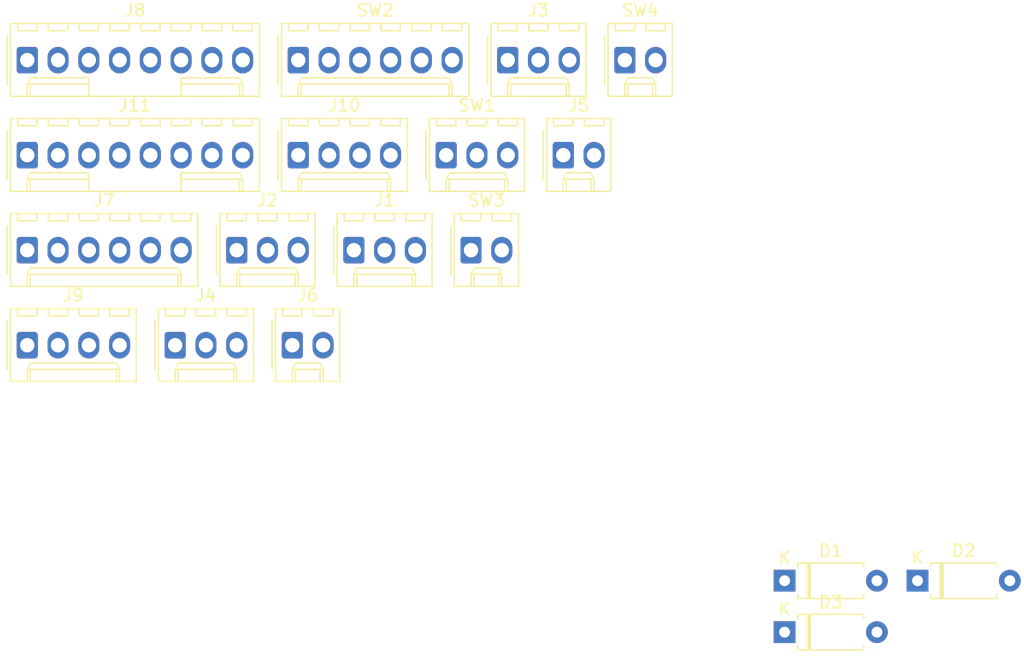
<source format=kicad_pcb>
(kicad_pcb (version 20211014) (generator pcbnew)
  (title_block (date "mar. 31 mars 2015"))
  (layers (0 "F.Cu" signal) (31 "B.Cu" signal) (34 "B.Paste" user) (35 "F.Paste" user) (36 "B.SilkS" user "B.Silkscreen") (37 "F.SilkS" user "F.Silkscreen") (38 "B.Mask" user) (39 "F.Mask" user) (44 "Edge.Cuts" user))
  (net 0 "")
  (net 17 "Net-(D3-Pad1)")
  (net 18 "/TACAN/ROW1")
  (net 19 "/TACAN/ROW2")
  (net 20 "/TACAN/ROW3")
  (net 21 "/TACAN/ROW4")
  (net 22 "/TACAN/ROW5")
  (net 31 "Net-(J10-Pad1)")
  (net 32 "Net-(J10-Pad2)")
  (net 33 "Net-(J10-Pad3)")
  (net 34 "Net-(J10-Pad4)")
  (net 35 "/TACAN/COL1")
  (net 36 "/TACAN/COL2")
  (net 37 "/TACAN/COL3")
  (net 38 "/TACAN/COL4")
  (net 39 "/TACAN/COL5")
  (net 49 "Net-(D1-Pad1)")
  (net 50 "Net-(D2-Pad1)")
  (footprint "Connector_Molex:Molex_KK-254_AE-6410-03A_1x03_P2.54mm_Vertical" (layer "F.Cu") (at 154.465 73.965)
    (fp_text reference "J2" (at 2.54 -4.12) (layer "F.SilkS"))
    (fp_text value "Conn_01x03_Female")
    (fp_line (start 4.28 -2.43) (end 5.88 -2.43) (layer "F.SilkS") (width 0.12))
    (fp_line (start 3.34 -2.43) (end 3.34 -3.03) (layer "F.SilkS") (width 0.12))
    (fp_line (start 5.08 1.99) (end 5.08 2.99) (layer "F.SilkS") (width 0.12))
    (fp_line (start 1.74 -2.43) (end 3.34 -2.43) (layer "F.SilkS") (width 0.12))
    (fp_line (start 6.46 2.99) (end 6.46 -3.03) (layer "F.SilkS") (width 0.12))
    (fp_line (start 0 1.99) (end 0.25 1.46) (layer "F.SilkS") (width 0.12))
    (fp_line (start 0.8 -2.43) (end 0.8 -3.03) (layer "F.SilkS") (width 0.12))
    (fp_line (start 5.88 -2.43) (end 5.88 -3.03) (layer "F.SilkS") (width 0.12))
    (fp_line (start 1.74 -3.03) (end 1.74 -2.43) (layer "F.SilkS") (width 0.12))
    (fp_line (start -0.8 -2.43) (end 0.8 -2.43) (layer "F.SilkS") (width 0.12))
    (fp_line (start 0 1.99) (end 5.08 1.99) (layer "F.SilkS") (width 0.12))
    (fp_line (start -0.8 -3.03) (end -0.8 -2.43) (layer "F.SilkS") (width 0.12))
    (fp_line (start 4.83 2.99) (end 4.83 1.99) (layer "F.SilkS") (width 0.12))
    (fp_line (start -1.38 -3.03) (end -1.38 2.99) (layer "F.SilkS") (width 0.12))
    (fp_line (start 4.83 1.46) (end 5.08 1.99) (layer "F.SilkS") (width 0.12))
    (fp_line (start 4.28 -3.03) (end 4.28 -2.43) (layer "F.SilkS") (width 0.12))
    (fp_line (start 0 2.99) (end 0 1.99) (layer "F.SilkS") (width 0.12))
    (fp_line (start -1.38 2.99) (end 6.46 2.99) (layer "F.SilkS") (width 0.12))
    (fp_line (start 6.46 -3.03) (end -1.38 -3.03) (layer "F.SilkS") (width 0.12))
    (fp_line (start 0.25 1.46) (end 4.83 1.46) (layer "F.SilkS") (width 0.12))
    (fp_line (start -1.67 -2) (end -1.67 2) (layer "F.SilkS") (width 0.12))
    (fp_line (start 0.25 2.99) (end 0.25 1.99) (layer "F.SilkS") (width 0.12))
    (pad "1" thru_hole roundrect (at 0 0) (size 1.74 2.19) (drill 1.19) (layers *.Cu *.Mask) (roundrect_rratio 0.143678))
    (pad "2" thru_hole oval (at 2.54 0) (size 1.74 2.19) (drill 1.19) (layers *.Cu *.Mask))
    (pad "3" thru_hole oval (at 5.08 0) (size 1.74 2.19) (drill 1.19) (layers *.Cu *.Mask))
  )
  (footprint "Connector_Molex:Molex_KK-254_AE-6410-03A_1x03_P2.54mm_Vertical" (layer "F.Cu") (at 176.835 58.265)
    (fp_text reference "J3" (at 2.54 -4.12) (layer "F.SilkS"))
    (fp_text value "Conn_01x03_Female")
    (fp_line (start 1.74 -2.43) (end 3.34 -2.43) (layer "F.SilkS") (width 0.12))
    (fp_line (start 0 2.99) (end 0 1.99) (layer "F.SilkS") (width 0.12))
    (fp_line (start 5.08 1.99) (end 5.08 2.99) (layer "F.SilkS") (width 0.12))
    (fp_line (start -0.8 -3.03) (end -0.8 -2.43) (layer "F.SilkS") (width 0.12))
    (fp_line (start 6.46 2.99) (end 6.46 -3.03) (layer "F.SilkS") (width 0.12))
    (fp_line (start -0.8 -2.43) (end 0.8 -2.43) (layer "F.SilkS") (width 0.12))
    (fp_line (start 1.74 -3.03) (end 1.74 -2.43) (layer "F.SilkS") (width 0.12))
    (fp_line (start 6.46 -3.03) (end -1.38 -3.03) (layer "F.SilkS") (width 0.12))
    (fp_line (start 5.88 -2.43) (end 5.88 -3.03) (layer "F.SilkS") (width 0.12))
    (fp_line (start 4.28 -2.43) (end 5.88 -2.43) (layer "F.SilkS") (width 0.12))
    (fp_line (start 0 1.99) (end 0.25 1.46) (layer "F.SilkS") (width 0.12))
    (fp_line (start 0.25 1.46) (end 4.83 1.46) (layer "F.SilkS") (width 0.12))
    (fp_line (start 3.34 -2.43) (end 3.34 -3.03) (layer "F.SilkS") (width 0.12))
    (fp_line (start -1.38 -3.03) (end -1.38 2.99) (layer "F.SilkS") (width 0.12))
    (fp_line (start 4.83 1.46) (end 5.08 1.99) (layer "F.SilkS") (width 0.12))
    (fp_line (start -1.38 2.99) (end 6.46 2.99) (layer "F.SilkS") (width 0.12))
    (fp_line (start -1.67 -2) (end -1.67 2) (layer "F.SilkS") (width 0.12))
    (fp_line (start 0 1.99) (end 5.08 1.99) (layer "F.SilkS") (width 0.12))
    (fp_line (start 4.83 2.99) (end 4.83 1.99) (layer "F.SilkS") (width 0.12))
    (fp_line (start 0.8 -2.43) (end 0.8 -3.03) (layer "F.SilkS") (width 0.12))
    (fp_line (start 4.28 -3.03) (end 4.28 -2.43) (layer "F.SilkS") (width 0.12))
    (fp_line (start 0.25 2.99) (end 0.25 1.99) (layer "F.SilkS") (width 0.12))
    (pad "1" thru_hole roundrect (at 0 0) (size 1.74 2.19) (drill 1.19) (layers *.Cu *.Mask) (roundrect_rratio 0.143678))
    (pad "2" thru_hole oval (at 2.54 0) (size 1.74 2.19) (drill 1.19) (layers *.Cu *.Mask))
    (pad "3" thru_hole oval (at 5.08 0) (size 1.74 2.19) (drill 1.19) (layers *.Cu *.Mask))
  )
  (footprint "Diode_THT:D_A-405_P7.62mm_Horizontal" (layer "F.Cu") (at 210.665 101.27)
    (fp_text reference "D2" (at 3.81 -2.47) (layer "F.SilkS"))
    (fp_text value "D")
    (fp_text user "K" (at 0 -1.9) (layer "F.SilkS"))
    (fp_line (start 1.09 1.14) (end 1.09 1.47) (layer "F.SilkS") (width 0.12))
    (fp_line (start 1.99 -1.47) (end 1.99 1.47) (layer "F.SilkS") (width 0.12))
    (fp_line (start 1.87 -1.47) (end 1.87 1.47) (layer "F.SilkS") (width 0.12))
    (fp_line (start 6.53 -1.47) (end 6.53 -1.14) (layer "F.SilkS") (width 0.12))
    (fp_line (start 1.09 -1.14) (end 1.09 -1.47) (layer "F.SilkS") (width 0.12))
    (fp_line (start 2.11 -1.47) (end 2.11 1.47) (layer "F.SilkS") (width 0.12))
    (fp_line (start 1.09 -1.47) (end 6.53 -1.47) (layer "F.SilkS") (width 0.12))
    (fp_line (start 1.09 1.47) (end 6.53 1.47) (layer "F.SilkS") (width 0.12))
    (fp_line (start 6.53 1.47) (end 6.53 1.14) (layer "F.SilkS") (width 0.12))
    (pad "1" thru_hole rect (at 0 0) (size 1.8 1.8) (drill 0.9) (layers *.Cu *.Mask) (net 50 "Net-(D2-Pad1)"))
    (pad "2" thru_hole oval (at 7.62 0) (size 1.8 1.8) (drill 0.9) (layers *.Cu *.Mask))
  )
  (footprint "Connector_Molex:Molex_KK-254_AE-6410-02A_1x02_P2.54mm_Vertical" (layer "F.Cu") (at 159.055 81.815)
    (fp_text reference "J6" (at 1.27 -4.12) (layer "F.SilkS"))
    (fp_text value "Conn_01x02_Female")
    (fp_line (start 0.25 1.46) (end 2.29 1.46) (layer "F.SilkS") (width 0.12))
    (fp_line (start -0.8 -2.43) (end 0.8 -2.43) (layer "F.SilkS") (width 0.12))
    (fp_line (start 2.54 1.99) (end 2.54 2.99) (layer "F.SilkS") (width 0.12))
    (fp_line (start -0.8 -3.03) (end -0.8 -2.43) (layer "F.SilkS") (width 0.12))
    (fp_line (start 2.29 2.99) (end 2.29 1.99) (layer "F.SilkS") (width 0.12))
    (fp_line (start 0 1.99) (end 2.54 1.99) (layer "F.SilkS") (width 0.12))
    (fp_line (start 2.29 1.46) (end 2.54 1.99) (layer "F.SilkS") (width 0.12))
    (fp_line (start 1.74 -3.03) (end 1.74 -2.43) (layer "F.SilkS") (width 0.12))
    (fp_line (start 3.92 2.99) (end 3.92 -3.03) (layer "F.SilkS") (width 0.12))
    (fp_line (start 0.8 -2.43) (end 0.8 -3.03) (layer "F.SilkS") (width 0.12))
    (fp_line (start 0 2.99) (end 0 1.99) (layer "F.SilkS") (width 0.12))
    (fp_line (start 1.74 -2.43) (end 3.34 -2.43) (layer "F.SilkS") (width 0.12))
    (fp_line (start 3.92 -3.03) (end -1.38 -3.03) (layer "F.SilkS") (width 0.12))
    (fp_line (start 3.34 -2.43) (end 3.34 -3.03) (layer "F.SilkS") (width 0.12))
    (fp_line (start 0.25 2.99) (end 0.25 1.99) (layer "F.SilkS") (width 0.12))
    (fp_line (start -1.67 -2) (end -1.67 2) (layer "F.SilkS") (width 0.12))
    (fp_line (start 0 1.99) (end 0.25 1.46) (layer "F.SilkS") (width 0.12))
    (fp_line (start -1.38 2.99) (end 3.92 2.99) (layer "F.SilkS") (width 0.12))
    (fp_line (start -1.38 -3.03) (end -1.38 2.99) (layer "F.SilkS") (width 0.12))
    (pad "1" thru_hole roundrect (at 0 0) (size 1.74 2.19) (drill 1.19) (layers *.Cu *.Mask) (roundrect_rratio 0.143678))
    (pad "2" thru_hole oval (at 2.54 0) (size 1.74 2.19) (drill 1.19) (layers *.Cu *.Mask))
  )
  (footprint "Connector_Molex:Molex_KK-254_AE-6410-08A_1x08_P2.54mm_Vertical" (layer "F.Cu") (at 137.175 66.115)
    (fp_text reference "J11" (at 8.89 -4.12) (layer "F.SilkS"))
    (fp_text value "INPUT COLS")
    (fp_line (start -1.38 -3.03) (end -1.38 2.99) (layer "F.SilkS") (width 0.12))
    (fp_line (start 0 2.99) (end 0 1.99) (layer "F.SilkS") (width 0.12))
    (fp_line (start 8.42 -2.43) (end 8.42 -3.03) (layer "F.SilkS") (width 0.12))
    (fp_line (start 11.9 -2.43) (end 13.5 -2.43) (layer "F.SilkS") (width 0.12))
    (fp_line (start 0.25 2.99) (end 0.25 1.99) (layer "F.SilkS") (width 0.12))
    (fp_line (start 16.98 -2.43) (end 18.58 -2.43) (layer "F.SilkS") (width 0.12))
    (fp_line (start 0.25 1.46) (end 5.08 1.46) (layer "F.SilkS") (width 0.12))
    (fp_line (start 12.7 1.99) (end 12.7 2.99) (layer "F.SilkS") (width 0.12))
    (fp_line (start 14.44 -3.03) (end 14.44 -2.43) (layer "F.SilkS") (width 0.12))
    (fp_line (start 17.78 1.99) (end 17.53 1.46) (layer "F.SilkS") (width 0.12))
    (fp_line (start 0 1.99) (end 0.25 1.46) (layer "F.SilkS") (width 0.12))
    (fp_line (start 0 1.99) (end 5.08 1.99) (layer "F.SilkS") (width 0.12))
    (fp_line (start -1.67 -2) (end -1.67 2) (layer "F.SilkS") (width 0.12))
    (fp_line (start 16.98 -3.03) (end 16.98 -2.43) (layer "F.SilkS") (width 0.12))
    (fp_line (start 5.08 1.99) (end 5.08 2.99) (layer "F.SilkS") (width 0.12))
    (fp_line (start 17.78 2.99) (end 17.78 1.99) (layer "F.SilkS") (width 0.12))
    (fp_line (start 18.58 -2.43) (end 18.58 -3.03) (layer "F.SilkS") (width 0.12))
    (fp_line (start 3.34 -2.43) (end 3.34 -3.03) (layer "F.SilkS") (width 0.12))
    (fp_line (start 17.53 1.46) (end 12.7 1.46) (layer "F.SilkS") (width 0.12))
    (fp_line (start 9.36 -3.03) (end 9.36 -2.43) (layer "F.SilkS") (width 0.12))
    (fp_line (start 1.74 -3.03) (end 1.74 -2.43) (layer "F.SilkS") (width 0.12))
    (fp_line (start -0.8 -3.03) (end -0.8 -2.43) (layer "F.SilkS") (width 0.12))
    (fp_line (start 5.88 -2.43) (end 5.88 -3.03) (layer "F.SilkS") (width 0.12))
    (fp_line (start 14.44 -2.43) (end 16.04 -2.43) (layer "F.SilkS") (width 0.12))
    (fp_line (start 16.04 -2.43) (end 16.04 -3.03) (layer "F.SilkS") (width 0.12))
    (fp_line (start 6.82 -3.03) (end 6.82 -2.43) (layer "F.SilkS") (width 0.12))
    (fp_line (start 4.28 -3.03) (end 4.28 -2.43) (layer "F.SilkS") (width 0.12))
    (fp_line (start 4.28 -2.43) (end 5.88 -2.43) (layer "F.SilkS") (width 0.12))
    (fp_line (start 17.78 1.99) (end 12.7 1.99) (layer "F.SilkS") (width 0.12))
    (fp_line (start 12.7 1.46) (end 12.7 1.99) (layer "F.SilkS") (width 0.12))
    (fp_line (start 13.5 -2.43) (end 13.5 -3.03) (layer "F.SilkS") (width 0.12))
    (fp_line (start 19.16 -3.03) (end -1.38 -3.03) (layer "F.SilkS") (width 0.12))
    (fp_line (start 9.36 -2.43) (end 10.96 -2.43) (layer "F.SilkS") (width 0.12))
    (fp_line (start 0.8 -2.43) (end 0.8 -3.03) (layer "F.SilkS") (width 0.12))
    (fp_line (start -1.38 2.99) (end 19.16 2.99) (layer "F.SilkS") (width 0.12))
    (fp_line (start 5.08 1.46) (end 5.08 1.99) (layer "F.SilkS") (width 0.12))
    (fp_line (start 11.9 -3.03) (end 11.9 -2.43) (layer "F.SilkS") (width 0.12))
    (fp_line (start 1.74 -2.43) (end 3.34 -2.43) (layer "F.SilkS") (width 0.12))
    (fp_line (start 10.96 -2.43) (end 10.96 -3.03) (layer "F.SilkS") (width 0.12))
    (fp_line (start 6.82 -2.43) (end 8.42 -2.43) (layer "F.SilkS") (width 0.12))
    (fp_line (start 19.16 2.99) (end 19.16 -3.03) (layer "F.SilkS") (width 0.12))
    (fp_line (start 17.53 2.99) (end 17.53 1.99) (layer "F.SilkS") (width 0.12))
    (fp_line (start -0.8 -2.43) (end 0.8 -2.43) (layer "F.SilkS") (width 0.12))
    (pad "1" thru_hole roundrect (at 0 0) (size 1.74 2.19) (drill 1.19) (layers *.Cu *.Mask) (roundrect_rratio 0.143678) (net 35 "/TACAN/COL1"))
    (pad "2" thru_hole oval (at 2.54 0) (size 1.74 2.19) (drill 1.19) (layers *.Cu *.Mask) (net 36 "/TACAN/COL2"))
    (pad "3" thru_hole oval (at 5.08 0) (size 1.74 2.19) (drill 1.19) (layers *.Cu *.Mask) (net 37 "/TACAN/COL3"))
    (pad "4" thru_hole oval (at 7.62 0) (size 1.74 2.19) (drill 1.19) (layers *.Cu *.Mask) (net 38 "/TACAN/COL4"))
    (pad "5" thru_hole oval (at 10.16 0) (size 1.74 2.19) (drill 1.19) (layers *.Cu *.Mask) (net 39 "/TACAN/COL5"))
    (pad "6" thru_hole oval (at 12.7 0) (size 1.74 2.19) (drill 1.19) (layers *.Cu *.Mask))
    (pad "7" thru_hole oval (at 15.24 0) (size 1.74 2.19) (drill 1.19) (layers *.Cu *.Mask))
    (pad "8" thru_hole oval (at 17.78 0) (size 1.74 2.19) (drill 1.19) (layers *.Cu *.Mask))
  )
  (footprint "Connector_Molex:Molex_KK-254_AE-6410-02A_1x02_P2.54mm_Vertical" (layer "F.Cu") (at 181.425 66.115)
    (fp_text reference "J5" (at 1.27 -4.12) (layer "F.SilkS"))
    (fp_text value "Conn_01x02_Female")
    (fp_line (start 0.8 -2.43) (end 0.8 -3.03) (layer "F.SilkS") (width 0.12))
    (fp_line (start 3.92 -3.03) (end -1.38 -3.03) (layer "F.SilkS") (width 0.12))
    (fp_line (start 0 2.99) (end 0 1.99) (layer "F.SilkS") (width 0.12))
    (fp_line (start 3.34 -2.43) (end 3.34 -3.03) (layer "F.SilkS") (width 0.12))
    (fp_line (start -1.38 2.99) (end 3.92 2.99) (layer "F.SilkS") (width 0.12))
    (fp_line (start -1.67 -2) (end -1.67 2) (layer "F.SilkS") (width 0.12))
    (fp_line (start 3.92 2.99) (end 3.92 -3.03) (layer "F.SilkS") (width 0.12))
    (fp_line (start 0 1.99) (end 2.54 1.99) (layer "F.SilkS") (width 0.12))
    (fp_line (start -0.8 -2.43) (end 0.8 -2.43) (layer "F.SilkS") (width 0.12))
    (fp_line (start -1.38 -3.03) (end -1.38 2.99) (layer "F.SilkS") (width 0.12))
    (fp_line (start 2.54 1.99) (end 2.54 2.99) (layer "F.SilkS") (width 0.12))
    (fp_line (start 1.74 -2.43) (end 3.34 -2.43) (layer "F.SilkS") (width 0.12))
    (fp_line (start 2.29 2.99) (end 2.29 1.99) (layer "F.SilkS") (width 0.12))
    (fp_line (start 0.25 1.46) (end 2.29 1.46) (layer "F.SilkS") (width 0.12))
    (fp_line (start 1.74 -3.03) (end 1.74 -2.43) (layer "F.SilkS") (width 0.12))
    (fp_line (start 0.25 2.99) (end 0.25 1.99) (layer "F.SilkS") (width 0.12))
    (fp_line (start 0 1.99) (end 0.25 1.46) (layer "F.SilkS") (width 0.12))
    (fp_line (start -0.8 -3.03) (end -0.8 -2.43) (layer "F.SilkS") (width 0.12))
    (fp_line (start 2.29 1.46) (end 2.54 1.99) (layer "F.SilkS") (width 0.12))
    (pad "1" thru_hole roundrect (at 0 0) (size 1.74 2.19) (drill 1.19) (layers *.Cu *.Mask) (roundrect_rratio 0.143678))
    (pad "2" thru_hole oval (at 2.54 0) (size 1.74 2.19) (drill 1.19) (layers *.Cu *.Mask))
  )
  (footprint "Connector_Molex:Molex_KK-254_AE-6410-03A_1x03_P2.54mm_Vertical" (layer "F.Cu") (at 149.385 81.815)
    (fp_text reference "J4" (at 2.54 -4.12) (layer "F.SilkS"))
    (fp_text value "Conn_01x03_Female")
    (fp_line (start 4.83 1.46) (end 5.08 1.99) (layer "F.SilkS") (width 0.12))
    (fp_line (start 5.88 -2.43) (end 5.88 -3.03) (layer "F.SilkS") (width 0.12))
    (fp_line (start 0.25 1.46) (end 4.83 1.46) (layer "F.SilkS") (width 0.12))
    (fp_line (start 0 2.99) (end 0 1.99) (layer "F.SilkS") (width 0.12))
    (fp_line (start -0.8 -2.43) (end 0.8 -2.43) (layer "F.SilkS") (width 0.12))
    (fp_line (start 0.8 -2.43) (end 0.8 -3.03) (layer "F.SilkS") (width 0.12))
    (fp_line (start -0.8 -3.03) (end -0.8 -2.43) (layer "F.SilkS") (width 0.12))
    (fp_line (start -1.38 2.99) (end 6.46 2.99) (layer "F.SilkS") (width 0.12))
    (fp_line (start 3.34 -2.43) (end 3.34 -3.03) (layer "F.SilkS") (width 0.12))
    (fp_line (start 4.28 -2.43) (end 5.88 -2.43) (layer "F.SilkS") (width 0.12))
    (fp_line (start 0 1.99) (end 5.08 1.99) (layer "F.SilkS") (width 0.12))
    (fp_line (start -1.67 -2) (end -1.67 2) (layer "F.SilkS") (width 0.12))
    (fp_line (start 0 1.99) (end 0.25 1.46) (layer "F.SilkS") (width 0.12))
    (fp_line (start 6.46 2.99) (end 6.46 -3.03) (layer "F.SilkS") (width 0.12))
    (fp_line (start 4.28 -3.03) (end 4.28 -2.43) (layer "F.SilkS") (width 0.12))
    (fp_line (start 4.83 2.99) (end 4.83 1.99) (layer "F.SilkS") (width 0.12))
    (fp_line (start 5.08 1.99) (end 5.08 2.99) (layer "F.SilkS") (width 0.12))
    (fp_line (start 1.74 -3.03) (end 1.74 -2.43) (layer "F.SilkS") (width 0.12))
    (fp_line (start 0.25 2.99) (end 0.25 1.99) (layer "F.SilkS") (width 0.12))
    (fp_line (start -1.38 -3.03) (end -1.38 2.99) (layer "F.SilkS") (width 0.12))
    (fp_line (start 6.46 -3.03) (end -1.38 -3.03) (layer "F.SilkS") (width 0.12))
    (fp_line (start 1.74 -2.43) (end 3.34 -2.43) (layer "F.SilkS") (width 0.12))
    (pad "1" thru_hole roundrect (at 0 0) (size 1.74 2.19) (drill 1.19) (layers *.Cu *.Mask) (roundrect_rratio 0.143678))
    (pad "2" thru_hole oval (at 2.54 0) (size 1.74 2.19) (drill 1.19) (layers *.Cu *.Mask))
    (pad "3" thru_hole oval (at 5.08 0) (size 1.74 2.19) (drill 1.19) (layers *.Cu *.Mask))
  )
  (footprint "Connector_Molex:Molex_KK-254_AE-6410-08A_1x08_P2.54mm_Vertical" (layer "F.Cu") (at 137.175 58.265)
    (fp_text reference "J8" (at 8.89 -4.12) (layer "F.SilkS"))
    (fp_text value "Conn_01x08_Female")
    (fp_line (start 17.53 2.99) (end 17.53 1.99) (layer "F.SilkS") (width 0.12))
    (fp_line (start 17.78 2.99) (end 17.78 1.99) (layer "F.SilkS") (width 0.12))
    (fp_line (start 0.8 -2.43) (end 0.8 -3.03) (layer "F.SilkS") (width 0.12))
    (fp_line (start 1.74 -3.03) (end 1.74 -2.43) (layer "F.SilkS") (width 0.12))
    (fp_line (start 5.08 1.99) (end 5.08 2.99) (layer "F.SilkS") (width 0.12))
    (fp_line (start 12.7 1.46) (end 12.7 1.99) (layer "F.SilkS") (width 0.12))
    (fp_line (start 19.16 -3.03) (end -1.38 -3.03) (layer "F.SilkS") (width 0.12))
    (fp_line (start 10.96 -2.43) (end 10.96 -3.03) (layer "F.SilkS") (width 0.12))
    (fp_line (start 17.78 1.99) (end 17.53 1.46) (layer "F.SilkS") (width 0.12))
    (fp_line (start 0 2.99) (end 0 1.99) (layer "F.SilkS") (width 0.12))
    (fp_line (start -1.67 -2) (end -1.67 2) (layer "F.SilkS") (width 0.12))
    (fp_line (start 17.78 1.99) (end 12.7 1.99) (layer "F.SilkS") (width 0.12))
    (fp_line (start 16.98 -3.03) (end 16.98 -2.43) (layer "F.SilkS") (width 0.12))
    (fp_line (start 9.36 -3.03) (end 9.36 -2.43) (layer "F.SilkS") (width 0.12))
    (fp_line (start -0.8 -2.43) (end 0.8 -2.43) (layer "F.SilkS") (width 0.12))
    (fp_line (start 4.28 -3.03) (end 4.28 -2.43) (layer "F.SilkS") (width 0.12))
    (fp_line (start -1.38 2.99) (end 19.16 2.99) (layer "F.SilkS") (width 0.12))
    (fp_line (start 5.88 -2.43) (end 5.88 -3.03) (layer "F.SilkS") (width 0.12))
    (fp_line (start 6.82 -2.43) (end 8.42 -2.43) (layer "F.SilkS") (width 0.12))
    (fp_line (start 19.16 2.99) (end 19.16 -3.03) (layer "F.SilkS") (width 0.12))
    (fp_line (start 1.74 -2.43) (end 3.34 -2.43) (layer "F.SilkS") (width 0.12))
    (fp_line (start 14.44 -3.03) (end 14.44 -2.43) (layer "F.SilkS") (width 0.12))
    (fp_line (start 6.82 -3.03) (end 6.82 -2.43) (layer "F.SilkS") (width 0.12))
    (fp_line (start 9.36 -2.43) (end 10.96 -2.43) (layer "F.SilkS") (width 0.12))
    (fp_line (start 3.34 -2.43) (end 3.34 -3.03) (layer "F.SilkS") (width 0.12))
    (fp_line (start 16.04 -2.43) (end 16.04 -3.03) (layer "F.SilkS") (width 0.12))
    (fp_line (start 0 1.99) (end 0.25 1.46) (layer "F.SilkS") (width 0.12))
    (fp_line (start 17.53 1.46) (end 12.7 1.46) (layer "F.SilkS") (width 0.12))
    (fp_line (start 12.7 1.99) (end 12.7 2.99) (layer "F.SilkS") (width 0.12))
    (fp_line (start 13.5 -2.43) (end 13.5 -3.03) (layer "F.SilkS") (width 0.12))
    (fp_line (start 4.28 -2.43) (end 5.88 -2.43) (layer "F.SilkS") (width 0.12))
    (fp_line (start 0 1.99) (end 5.08 1.99) (layer "F.SilkS") (width 0.12))
    (fp_line (start 11.9 -2.43) (end 13.5 -2.43) (layer "F.SilkS") (width 0.12))
    (fp_line (start 14.44 -2.43) (end 16.04 -2.43) (layer "F.SilkS") (width 0.12))
    (fp_line (start 0.25 1.46) (end 5.08 1.46) (layer "F.SilkS") (width 0.12))
    (fp_line (start 5.08 1.46) (end 5.08 1.99) (layer "F.SilkS") (width 0.12))
    (fp_line (start -1.38 -3.03) (end -1.38 2.99) (layer "F.SilkS") (width 0.12))
    (fp_line (start 11.9 -3.03) (end 11.9 -2.43) (layer "F.SilkS") (width 0.12))
    (fp_line (start 0.25 2.99) (end 0.25 1.99) (layer "F.SilkS") (width 0.12))
    (fp_line (start -0.8 -3.03) (end -0.8 -2.43) (layer "F.SilkS") (width 0.12))
    (fp_line (start 16.98 -2.43) (end 18.58 -2.43) (layer "F.SilkS") (width 0.12))
    (fp_line (start 18.58 -2.43) (end 18.58 -3.03) (layer "F.SilkS") (width 0.12))
    (fp_line (start 8.42 -2.43) (end 8.42 -3.03) (layer "F.SilkS") (width 0.12))
    (pad "1" thru_hole roundrect (at 0 0) (size 1.74 2.19) (drill 1.19) (layers *.Cu *.Mask) (roundrect_rratio 0.143678))
    (pad "2" thru_hole oval (at 2.54 0) (size 1.74 2.19) (drill 1.19) (layers *.Cu *.Mask))
    (pad "3" thru_hole oval (at 5.08 0) (size 1.74 2.19) (drill 1.19) (layers *.Cu *.Mask))
    (pad "4" thru_hole oval (at 7.62 0) (size 1.74 2.19) (drill 1.19) (layers *.Cu *.Mask))
    (pad "5" thru_hole oval (at 10.16 0) (size 1.74 2.19) (drill 1.19) (layers *.Cu *.Mask))
    (pad "6" thru_hole oval (at 12.7 0) (size 1.74 2.19) (drill 1.19) (layers *.Cu *.Mask))
    (pad "7" thru_hole oval (at 15.24 0) (size 1.74 2.19) (drill 1.19) (layers *.Cu *.Mask))
    (pad "8" thru_hole oval (at 17.78 0) (size 1.74 2.19) (drill 1.19) (layers *.Cu *.Mask))
  )
  (footprint "Connector_Molex:Molex_KK-254_AE-6410-03A_1x03_P2.54mm_Vertical" (layer "F.Cu") (at 164.135 73.965)
    (fp_text reference "J1" (at 2.54 -4.12) (layer "F.SilkS"))
    (fp_text value "Conn_01x03_Female")
    (fp_line (start 0.8 -2.43) (end 0.8 -3.03) (layer "F.SilkS") (width 0.12))
    (fp_line (start 0 1.99) (end 5.08 1.99) (layer "F.SilkS") (width 0.12))
    (fp_line (start 1.74 -2.43) (end 3.34 -2.43) (layer "F.SilkS") (width 0.12))
    (fp_line (start 5.88 -2.43) (end 5.88 -3.03) (layer "F.SilkS") (width 0.12))
    (fp_line (start 5.08 1.99) (end 5.08 2.99) (layer "F.SilkS") (width 0.12))
    (fp_line (start 1.74 -3.03) (end 1.74 -2.43) (layer "F.SilkS") (width 0.12))
    (fp_line (start -0.8 -2.43) (end 0.8 -2.43) (layer "F.SilkS") (width 0.12))
    (fp_line (start -1.38 2.99) (end 6.46 2.99) (layer "F.SilkS") (width 0.12))
    (fp_line (start 3.34 -2.43) (end 3.34 -3.03) (layer "F.SilkS") (width 0.12))
    (fp_line (start -0.8 -3.03) (end -0.8 -2.43) (layer "F.SilkS") (width 0.12))
    (fp_line (start 0.25 1.46) (end 4.83 1.46) (layer "F.SilkS") (width 0.12))
    (fp_line (start 4.28 -3.03) (end 4.28 -2.43) (layer "F.SilkS") (width 0.12))
    (fp_line (start 0 2.99) (end 0 1.99) (layer "F.SilkS") (width 0.12))
    (fp_line (start 6.46 -3.03) (end -1.38 -3.03) (layer "F.SilkS") (width 0.12))
    (fp_line (start -1.67 -2) (end -1.67 2) (layer "F.SilkS") (width 0.12))
    (fp_line (start 4.83 1.46) (end 5.08 1.99) (layer "F.SilkS") (width 0.12))
    (fp_line (start 0 1.99) (end 0.25 1.46) (layer "F.SilkS") (width 0.12))
    (fp_line (start 6.46 2.99) (end 6.46 -3.03) (layer "F.SilkS") (width 0.12))
    (fp_line (start -1.38 -3.03) (end -1.38 2.99) (layer "F.SilkS") (width 0.12))
    (fp_line (start 4.28 -2.43) (end 5.88 -2.43) (layer "F.SilkS") (width 0.12))
    (fp_line (start 4.83 2.99) (end 4.83 1.99) (layer "F.SilkS") (width 0.12))
    (fp_line (start 0.25 2.99) (end 0.25 1.99) (layer "F.SilkS") (width 0.12))
    (pad "1" thru_hole roundrect (at 0 0) (size 1.74 2.19) (drill 1.19) (layers *.Cu *.Mask) (roundrect_rratio 0.143678))
    (pad "2" thru_hole oval (at 2.54 0) (size 1.74 2.19) (drill 1.19) (layers *.Cu *.Mask))
    (pad "3" thru_hole oval (at 5.08 0) (size 1.74 2.19) (drill 1.19) (layers *.Cu *.Mask))
  )
  (footprint "Connector_Molex:Molex_KK-254_AE-6410-03A_1x03_P2.54mm_Vertical" (layer "F.Cu") (at 171.755 66.115)
    (fp_text reference "SW1" (at 2.54 -4.12) (layer "F.SilkS"))
    (fp_text value "Right Encoder")
    (fp_line (start 0 2.99) (end 0 1.99) (layer "F.SilkS") (width 0.12))
    (fp_line (start 0.25 2.99) (end 0.25 1.99) (layer "F.SilkS") (width 0.12))
    (fp_line (start -1.38 2.99) (end 6.46 2.99) (layer "F.SilkS") (width 0.12))
    (fp_line (start -0.8 -2.43) (end 0.8 -2.43) (layer "F.SilkS") (width 0.12))
    (fp_line (start 1.74 -3.03) (end 1.74 -2.43) (layer "F.SilkS") (width 0.12))
    (fp_line (start 1.74 -2.43) (end 3.34 -2.43) (layer "F.SilkS") (width 0.12))
    (fp_line (start 5.88 -2.43) (end 5.88 -3.03) (layer "F.SilkS") (width 0.12))
    (fp_line (start 0 1.99) (end 0.25 1.46) (layer "F.SilkS") (width 0.12))
    (fp_line (start 0.25 1.46) (end 4.83 1.46) (layer "F.SilkS") (width 0.12))
    (fp_line (start -1.38 -3.03) (end -1.38 2.99) (layer "F.SilkS") (width 0.12))
    (fp_line (start 0 1.99) (end 5.08 1.99) (layer "F.SilkS") (width 0.12))
    (fp_line (start -1.67 -2) (end -1.67 2) (layer "F.SilkS") (width 0.12))
    (fp_line (start -0.8 -3.03) (end -0.8 -2.43) (layer "F.SilkS") (width 0.12))
    (fp_line (start 4.28 -2.43) (end 5.88 -2.43) (layer "F.SilkS") (width 0.12))
    (fp_line (start 3.34 -2.43) (end 3.34 -3.03) (layer "F.SilkS") (width 0.12))
    (fp_line (start 4.83 2.99) (end 4.83 1.99) (layer "F.SilkS") (width 0.12))
    (fp_line (start 6.46 -3.03) (end -1.38 -3.03) (layer "F.SilkS") (width 0.12))
    (fp_line (start 5.08 1.99) (end 5.08 2.99) (layer "F.SilkS") (width 0.12))
    (fp_line (start 6.46 2.99) (end 6.46 -3.03) (layer "F.SilkS") (width 0.12))
    (fp_line (start 4.28 -3.03) (end 4.28 -2.43) (layer "F.SilkS") (width 0.12))
    (fp_line (start 4.83 1.46) (end 5.08 1.99) (layer "F.SilkS") (width 0.12))
    (fp_line (start 0.8 -2.43) (end 0.8 -3.03) (layer "F.SilkS") (width 0.12))
    (pad "1" thru_hole roundrect (at 0 0) (size 1.74 2.19) (drill 1.19) (layers *.Cu *.Mask) (roundrect_rratio 0.143678))
    (pad "2" thru_hole oval (at 2.54 0) (size 1.74 2.19) (drill 1.19) (layers *.Cu *.Mask))
    (pad "3" thru_hole oval (at 5.08 0) (size 1.74 2.19) (drill 1.19) (layers *.Cu *.Mask))
  )
  (footprint "Connector_Molex:Molex_KK-254_AE-6410-06A_1x06_P2.54mm_Vertical" (layer "F.Cu") (at 159.545 58.265)
    (fp_text reference "SW2" (at 6.35 -4.12) (layer "F.SilkS"))
    (fp_text value "SW_Rotary2x6")
    (fp_line (start -1.38 2.99) (end 14.08 2.99) (layer "F.SilkS") (width 0.12))
    (fp_line (start 14.08 2.99) (end 14.08 -3.03) (layer "F.SilkS") (width 0.12))
    (fp_line (start 0.25 2.99) (end 0.25 1.99) (layer "F.SilkS") (width 0.12))
    (fp_line (start 0.25 1.46) (end 12.45 1.46) (layer "F.SilkS") (width 0.12))
    (fp_line (start 4.28 -3.03) (end 4.28 -2.43) (layer "F.SilkS") (width 0.12))
    (fp_line (start 0 1.99) (end 12.7 1.99) (layer "F.SilkS") (width 0.12))
    (fp_line (start 0 1.99) (end 0.25 1.46) (layer "F.SilkS") (width 0.12))
    (fp_line (start 3.34 -2.43) (end 3.34 -3.03) (layer "F.SilkS") (width 0.12))
    (fp_line (start 9.36 -3.03) (end 9.36 -2.43) (layer "F.SilkS") (width 0.12))
    (fp_line (start 0.8 -2.43) (end 0.8 -3.03) (layer "F.SilkS") (width 0.12))
    (fp_line (start 5.88 -2.43) (end 5.88 -3.03) (layer "F.SilkS") (width 0.12))
    (fp_line (start -0.8 -2.43) (end 0.8 -2.43) (layer "F.SilkS") (width 0.12))
    (fp_line (start -1.38 -3.03) (end -1.38 2.99) (layer "F.SilkS") (width 0.12))
    (fp_line (start 12.45 1.46) (end 12.7 1.99) (layer "F.SilkS") (width 0.12))
    (fp_line (start 12.45 2.99) (end 12.45 1.99) (layer "F.SilkS") (width 0.12))
    (fp_line (start 4.28 -2.43) (end 5.88 -2.43) (layer "F.SilkS") (width 0.12))
    (fp_line (start 13.5 -2.43) (end 13.5 -3.03) (layer "F.SilkS") (width 0.12))
    (fp_line (start -1.67 -2) (end -1.67 2) (layer "F.SilkS") (width 0.12))
    (fp_line (start 9.36 -2.43) (end 10.96 -2.43) (layer "F.SilkS") (width 0.12))
    (fp_line (start 8.42 -2.43) (end 8.42 -3.03) (layer "F.SilkS") (width 0.12))
    (fp_line (start 11.9 -2.43) (end 13.5 -2.43) (layer "F.SilkS") (width 0.12))
    (fp_line (start 6.82 -3.03) (end 6.82 -2.43) (layer "F.SilkS") (width 0.12))
    (fp_line (start 6.82 -2.43) (end 8.42 -2.43) (layer "F.SilkS") (width 0.12))
    (fp_line (start 1.74 -3.03) (end 1.74 -2.43) (layer "F.SilkS") (width 0.12))
    (fp_line (start 10.96 -2.43) (end 10.96 -3.03) (layer "F.SilkS") (width 0.12))
    (fp_line (start 0 2.99) (end 0 1.99) (layer "F.SilkS") (width 0.12))
    (fp_line (start 11.9 -3.03) (end 11.9 -2.43) (layer "F.SilkS") (width 0.12))
    (fp_line (start -0.8 -3.03) (end -0.8 -2.43) (layer "F.SilkS") (width 0.12))
    (fp_line (start 12.7 1.99) (end 12.7 2.99) (layer "F.SilkS") (width 0.12))
    (fp_line (start 14.08 -3.03) (end -1.38 -3.03) (layer "F.SilkS") (width 0.12))
    (fp_line (start 1.74 -2.43) (end 3.34 -2.43) (layer "F.SilkS") (width 0.12))
    (pad "1" thru_hole roundrect (at 0 0) (size 1.74 2.19) (drill 1.19) (layers *.Cu *.Mask) (roundrect_rratio 0.143678))
    (pad "2" thru_hole oval (at 2.54 0) (size 1.74 2.19) (drill 1.19) (layers *.Cu *.Mask))
    (pad "3" thru_hole oval (at 5.08 0) (size 1.74 2.19) (drill 1.19) (layers *.Cu *.Mask))
    (pad "4" thru_hole oval (at 7.62 0) (size 1.74 2.19) (drill 1.19) (layers *.Cu *.Mask))
    (pad "5" thru_hole oval (at 10.16 0) (size 1.74 2.19) (drill 1.19) (layers *.Cu *.Mask))
    (pad "6" thru_hole oval (at 12.7 0) (size 1.74 2.19) (drill 1.19) (layers *.Cu *.Mask))
  )
  (footprint "Connector_Molex:Molex_KK-254_AE-6410-04A_1x04_P2.54mm_Vertical" (layer "F.Cu") (at 137.175 81.815)
    (fp_text reference "J9" (at 3.81 -4.12) (layer "F.SilkS"))
    (fp_text value "I2C In")
    (fp_line (start -1.38 2.99) (end 9 2.99) (layer "F.SilkS") (width 0.12))
    (fp_line (start 7.37 2.99) (end 7.37 1.99) (layer "F.SilkS") (width 0.12))
    (fp_line (start 7.62 1.99) (end 7.62 2.99) (layer "F.SilkS") (width 0.12))
    (fp_line (start -1.38 -3.03) (end -1.38 2.99) (layer "F.SilkS") (width 0.12))
    (fp_line (start 6.82 -2.43) (end 8.42 -2.43) (layer "F.SilkS") (width 0.12))
    (fp_line (start 7.37 1.46) (end 7.62 1.99) (layer "F.SilkS") (width 0.12))
    (fp_line (start -1.67 -2) (end -1.67 2) (layer "F.SilkS") (width 0.12))
    (fp_line (start 0.25 1.46) (end 7.37 1.46) (layer "F.SilkS") (width 0.12))
    (fp_line (start 4.28 -3.03) (end 4.28 -2.43) (layer "F.SilkS") (width 0.12))
    (fp_line (start 0 1.99) (end 7.62 1.99) (layer "F.SilkS") (width 0.12))
    (fp_line (start 0.25 2.99) (end 0.25 1.99) (layer "F.SilkS") (width 0.12))
    (fp_line (start 6.82 -3.03) (end 6.82 -2.43) (layer "F.SilkS") (width 0.12))
    (fp_line (start 9 2.99) (end 9 -3.03) (layer "F.SilkS") (width 0.12))
    (fp_line (start 0.8 -2.43) (end 0.8 -3.03) (layer "F.SilkS") (width 0.12))
    (fp_line (start 0 2.99) (end 0 1.99) (layer "F.SilkS") (width 0.12))
    (fp_line (start 4.28 -2.43) (end 5.88 -2.43) (layer "F.SilkS") (width 0.12))
    (fp_line (start 1.74 -3.03) (end 1.74 -2.43) (layer "F.SilkS") (width 0.12))
    (fp_line (start -0.8 -2.43) (end 0.8 -2.43) (layer "F.SilkS") (width 0.12))
    (fp_line (start 3.34 -2.43) (end 3.34 -3.03) (layer "F.SilkS") (width 0.12))
    (fp_line (start -0.8 -3.03) (end -0.8 -2.43) (layer "F.SilkS") (width 0.12))
    (fp_line (start 5.88 -2.43) (end 5.88 -3.03) (layer "F.SilkS") (width 0.12))
    (fp_line (start 8.42 -2.43) (end 8.42 -3.03) (layer "F.SilkS") (width 0.12))
    (fp_line (start 1.74 -2.43) (end 3.34 -2.43) (layer "F.SilkS") (width 0.12))
    (fp_line (start 0 1.99) (end 0.25 1.46) (layer "F.SilkS") (width 0.12))
    (fp_line (start 9 -3.03) (end -1.38 -3.03) (layer "F.SilkS") (width 0.12))
    (pad "1" thru_hole roundrect (at 0 0) (size 1.74 2.19) (drill 1.19) (layers *.Cu *.Mask) (roundrect_rratio 0.143678) (net 31 "Net-(J10-Pad1)"))
    (pad "2" thru_hole oval (at 2.54 0) (size 1.74 2.19) (drill 1.19) (layers *.Cu *.Mask) (net 32 "Net-(J10-Pad2)"))
    (pad "3" thru_hole oval (at 5.08 0) (size 1.74 2.19) (drill 1.19) (layers *.Cu *.Mask) (net 33 "Net-(J10-Pad3)"))
    (pad "4" thru_hole oval (at 7.62 0) (size 1.74 2.19) (drill 1.19) (layers *.Cu *.Mask) (net 34 "Net-(J10-Pad4)"))
  )
  (footprint "Diode_THT:D_A-405_P7.62mm_Horizontal" (layer "F.Cu") (at 199.695 101.27)
    (fp_text reference "D1" (at 3.81 -2.47) (layer "F.SilkS"))
    (fp_text value "D")
    (fp_text user "K" (at 0 -1.9) (layer "F.SilkS"))
    (fp_line (start 1.09 -1.47) (end 6.53 -1.47) (layer "F.SilkS") (width 0.12))
    (fp_line (start 6.53 -1.47) (end 6.53 -1.14) (layer "F.SilkS") (width 0.12))
    (fp_line (start 1.99 -1.47) (end 1.99 1.47) (layer "F.SilkS") (width 0.12))
    (fp_line (start 6.53 1.47) (end 6.53 1.14) (layer "F.SilkS") (width 0.12))
    (fp_line (start 1.09 1.47) (end 6.53 1.47) (layer "F.SilkS") (width 0.12))
    (fp_line (start 1.87 -1.47) (end 1.87 1.47) (layer "F.SilkS") (width 0.12))
    (fp_line (start 1.09 1.14) (end 1.09 1.47) (layer "F.SilkS") (width 0.12))
    (fp_line (start 2.11 -1.47) (end 2.11 1.47) (layer "F.SilkS") (width 0.12))
    (fp_line (start 1.09 -1.14) (end 1.09 -1.47) (layer "F.SilkS") (width 0.12))
    (pad "1" thru_hole rect (at 0 0) (size 1.8 1.8) (drill 0.9) (layers *.Cu *.Mask) (net 49 "Net-(D1-Pad1)"))
    (pad "2" thru_hole oval (at 7.62 0) (size 1.8 1.8) (drill 0.9) (layers *.Cu *.Mask) (net 36 "/TACAN/COL2"))
  )
  (footprint "Connector_Molex:Molex_KK-254_AE-6410-02A_1x02_P2.54mm_Vertical" (layer "F.Cu") (at 173.805 73.965)
    (fp_text reference "SW3" (at 1.27 -4.12) (layer "F.SilkS"))
    (fp_text value "Test")
    (fp_line (start 3.92 2.99) (end 3.92 -3.03) (layer "F.SilkS") (width 0.12))
    (fp_line (start 3.92 -3.03) (end -1.38 -3.03) (layer "F.SilkS") (width 0.12))
    (fp_line (start 2.54 1.99) (end 2.54 2.99) (layer "F.SilkS") (width 0.12))
    (fp_line (start 3.34 -2.43) (end 3.34 -3.03) (layer "F.SilkS") (width 0.12))
    (fp_line (start -0.8 -3.03) (end -0.8 -2.43) (layer "F.SilkS") (width 0.12))
    (fp_line (start 0.25 1.46) (end 2.29 1.46) (layer "F.SilkS") (width 0.12))
    (fp_line (start -1.67 -2) (end -1.67 2) (layer "F.SilkS") (width 0.12))
    (fp_line (start 0 1.99) (end 2.54 1.99) (layer "F.SilkS") (width 0.12))
    (fp_line (start 2.29 1.46) (end 2.54 1.99) (layer "F.SilkS") (width 0.12))
    (fp_line (start 1.74 -3.03) (end 1.74 -2.43) (layer "F.SilkS") (width 0.12))
    (fp_line (start 0 1.99) (end 0.25 1.46) (layer "F.SilkS") (width 0.12))
    (fp_line (start 2.29 2.99) (end 2.29 1.99) (layer "F.SilkS") (width 0.12))
    (fp_line (start -1.38 -3.03) (end -1.38 2.99) (layer "F.SilkS") (width 0.12))
    (fp_line (start 0 2.99) (end 0 1.99) (layer "F.SilkS") (width 0.12))
    (fp_line (start 1.74 -2.43) (end 3.34 -2.43) (layer "F.SilkS") (width 0.12))
    (fp_line (start 0.8 -2.43) (end 0.8 -3.03) (layer "F.SilkS") (width 0.12))
    (fp_line (start -0.8 -2.43) (end 0.8 -2.43) (layer "F.SilkS") (width 0.12))
    (fp_line (start -1.38 2.99) (end 3.92 2.99) (layer "F.SilkS") (width 0.12))
    (fp_line (start 0.25 2.99) (end 0.25 1.99) (layer "F.SilkS") (width 0.12))
    (pad "1" thru_hole roundrect (at 0 0) (size 1.74 2.19) (drill 1.19) (layers *.Cu *.Mask) (roundrect_rratio 0.143678) (net 49 "Net-(D1-Pad1)"))
    (pad "2" thru_hole oval (at 2.54 0) (size 1.74 2.19) (drill 1.19) (layers *.Cu *.Mask) (net 18 "/TACAN/ROW1"))
  )
  (footprint "Connector_Molex:Molex_KK-254_AE-6410-04A_1x04_P2.54mm_Vertical" (layer "F.Cu") (at 159.545 66.115)
    (fp_text reference "J10" (at 3.81 -4.12) (layer "F.SilkS"))
    (fp_text value "I2C Out")
    (fp_line (start 4.28 -3.03) (end 4.28 -2.43) (layer "F.SilkS") (width 0.12))
    (fp_line (start -1.38 -3.03) (end -1.38 2.99) (layer "F.SilkS") (width 0.12))
    (fp_line (start 6.82 -3.03) (end 6.82 -2.43) (layer "F.SilkS") (width 0.12))
    (fp_line (start 0 2.99) (end 0 1.99) (layer "F.SilkS") (width 0.12))
    (fp_line (start 9 2.99) (end 9 -3.03) (layer "F.SilkS") (width 0.12))
    (fp_line (start 7.62 1.99) (end 7.62 2.99) (layer "F.SilkS") (width 0.12))
    (fp_line (start -1.67 -2) (end -1.67 2) (layer "F.SilkS") (width 0.12))
    (fp_line (start -1.38 2.99) (end 9 2.99) (layer "F.SilkS") (width 0.12))
    (fp_line (start -0.8 -2.43) (end 0.8 -2.43) (layer "F.SilkS") (width 0.12))
    (fp_line (start 6.82 -2.43) (end 8.42 -2.43) (layer "F.SilkS") (width 0.12))
    (fp_line (start 8.42 -2.43) (end 8.42 -3.03) (layer "F.SilkS") (width 0.12))
    (fp_line (start 1.74 -3.03) (end 1.74 -2.43) (layer "F.SilkS") (width 0.12))
    (fp_line (start 5.88 -2.43) (end 5.88 -3.03) (layer "F.SilkS") (width 0.12))
    (fp_line (start 1.74 -2.43) (end 3.34 -2.43) (layer "F.SilkS") (width 0.12))
    (fp_line (start 7.37 1.46) (end 7.62 1.99) (layer "F.SilkS") (width 0.12))
    (fp_line (start 0 1.99) (end 7.62 1.99) (layer "F.SilkS") (width 0.12))
    (fp_line (start -0.8 -3.03) (end -0.8 -2.43) (layer "F.SilkS") (width 0.12))
    (fp_line (start 7.37 2.99) (end 7.37 1.99) (layer "F.SilkS") (width 0.12))
    (fp_line (start 0.8 -2.43) (end 0.8 -3.03) (layer "F.SilkS") (width 0.12))
    (fp_line (start 3.34 -2.43) (end 3.34 -3.03) (layer "F.SilkS") (width 0.12))
    (fp_line (start 0 1.99) (end 0.25 1.46) (layer "F.SilkS") (width 0.12))
    (fp_line (start 9 -3.03) (end -1.38 -3.03) (layer "F.SilkS") (width 0.12))
    (fp_line (start 0.25 2.99) (end 0.25 1.99) (layer "F.SilkS") (width 0.12))
    (fp_line (start 0.25 1.46) (end 7.37 1.46) (layer "F.SilkS") (width 0.12))
    (fp_line (start 4.28 -2.43) (end 5.88 -2.43) (layer "F.SilkS") (width 0.12))
    (pad "1" thru_hole roundrect (at 0 0) (size 1.74 2.19) (drill 1.19) (layers *.Cu *.Mask) (roundrect_rratio 0.143678) (net 31 "Net-(J10-Pad1)"))
    (pad "2" thru_hole oval (at 2.54 0) (size 1.74 2.19) (drill 1.19) (layers *.Cu *.Mask) (net 32 "Net-(J10-Pad2)"))
    (pad "3" thru_hole oval (at 5.08 0) (size 1.74 2.19) (drill 1.19) (layers *.Cu *.Mask) (net 33 "Net-(J10-Pad3)"))
    (pad "4" thru_hole oval (at 7.62 0) (size 1.74 2.19) (drill 1.19) (layers *.Cu *.Mask) (net 34 "Net-(J10-Pad4)"))
  )
  (footprint "Connector_Molex:Molex_KK-254_AE-6410-06A_1x06_P2.54mm_Vertical" (layer "F.Cu") (at 137.175 73.965)
    (fp_text reference "J7" (at 6.35 -4.12) (layer "F.SilkS"))
    (fp_text value "TACAN ROTARY SWITCH")
    (fp_line (start 0 1.99) (end 0.25 1.46) (layer "F.SilkS") (width 0.12))
    (fp_line (start 10.96 -2.43) (end 10.96 -3.03) (layer "F.SilkS") (width 0.12))
    (fp_line (start -0.8 -3.03) (end -0.8 -2.43) (layer "F.SilkS") (width 0.12))
    (fp_line (start -1.67 -2) (end -1.67 2) (layer "F.SilkS") (width 0.12))
    (fp_line (start 11.9 -3.03) (end 11.9 -2.43) (layer "F.SilkS") (width 0.12))
    (fp_line (start 0 2.99) (end 0 1.99) (layer "F.SilkS") (width 0.12))
    (fp_line (start 0.8 -2.43) (end 0.8 -3.03) (layer "F.SilkS") (width 0.12))
    (fp_line (start 4.28 -3.03) (end 4.28 -2.43) (layer "F.SilkS") (width 0.12))
    (fp_line (start 0.25 1.46) (end 12.45 1.46) (layer "F.SilkS") (width 0.12))
    (fp_line (start 12.7 1.99) (end 12.7 2.99) (layer "F.SilkS") (width 0.12))
    (fp_line (start 0 1.99) (end 12.7 1.99) (layer "F.SilkS") (width 0.12))
    (fp_line (start 1.74 -2.43) (end 3.34 -2.43) (layer "F.SilkS") (width 0.12))
    (fp_line (start -1.38 -3.03) (end -1.38 2.99) (layer "F.SilkS") (width 0.12))
    (fp_line (start 13.5 -2.43) (end 13.5 -3.03) (layer "F.SilkS") (width 0.12))
    (fp_line (start -1.38 2.99) (end 14.08 2.99) (layer "F.SilkS") (width 0.12))
    (fp_line (start 6.82 -2.43) (end 8.42 -2.43) (layer "F.SilkS") (width 0.12))
    (fp_line (start 12.45 2.99) (end 12.45 1.99) (layer "F.SilkS") (width 0.12))
    (fp_line (start 12.45 1.46) (end 12.7 1.99) (layer "F.SilkS") (width 0.12))
    (fp_line (start 8.42 -2.43) (end 8.42 -3.03) (layer "F.SilkS") (width 0.12))
    (fp_line (start 4.28 -2.43) (end 5.88 -2.43) (layer "F.SilkS") (width 0.12))
    (fp_line (start 1.74 -3.03) (end 1.74 -2.43) (layer "F.SilkS") (width 0.12))
    (fp_line (start 14.08 2.99) (end 14.08 -3.03) (layer "F.SilkS") (width 0.12))
    (fp_line (start 3.34 -2.43) (end 3.34 -3.03) (layer "F.SilkS") (width 0.12))
    (fp_line (start 14.08 -3.03) (end -1.38 -3.03) (layer "F.SilkS") (width 0.12))
    (fp_line (start -0.8 -2.43) (end 0.8 -2.43) (layer "F.SilkS") (width 0.12))
    (fp_line (start 5.88 -2.43) (end 5.88 -3.03) (layer "F.SilkS") (width 0.12))
    (fp_line (start 11.9 -2.43) (end 13.5 -2.43) (layer "F.SilkS") (width 0.12))
    (fp_line (start 0.25 2.99) (end 0.25 1.99) (layer "F.SilkS") (width 0.12))
    (fp_line (start 9.36 -2.43) (end 10.96 -2.43) (layer "F.SilkS") (width 0.12))
    (fp_line (start 6.82 -3.03) (end 6.82 -2.43) (layer "F.SilkS") (width 0.12))
    (fp_line (start 9.36 -3.03) (end 9.36 -2.43) (layer "F.SilkS") (width 0.12))
    (pad "1" thru_hole roundrect (at 0 0) (size 1.74 2.19) (drill 1.19) (layers *.Cu *.Mask) (roundrect_rratio 0.143678) (net 17 "Net-(D3-Pad1)"))
    (pad "2" thru_hole oval (at 2.54 0) (size 1.74 2.19) (drill 1.19) (layers *.Cu *.Mask) (net 18 "/TACAN/ROW1"))
    (pad "3" thru_hole oval (at 5.08 0) (size 1.74 2.19) (drill 1.19) (layers *.Cu *.Mask) (net 19 "/TACAN/ROW2"))
    (pad "4" thru_hole oval (at 7.62 0) (size 1.74 2.19) (drill 1.19) (layers *.Cu *.Mask) (net 20 "/TACAN/ROW3"))
    (pad "5" thru_hole oval (at 10.16 0) (size 1.74 2.19) (drill 1.19) (layers *.Cu *.Mask) (net 21 "/TACAN/ROW4"))
    (pad "6" thru_hole oval (at 12.7 0) (size 1.74 2.19) (drill 1.19) (layers *.Cu *.Mask) (net 22 "/TACAN/ROW5"))
  )
  (footprint "Diode_THT:D_A-405_P7.62mm_Horizontal" (layer "F.Cu") (at 199.695 105.52)
    (fp_text reference "D3" (at 3.81 -2.47) (layer "F.SilkS"))
    (fp_text value "D")
    (fp_text user "K" (at 0 -1.9) (layer "F.SilkS"))
    (fp_line (start 1.09 -1.47) (end 6.53 -1.47) (layer "F.SilkS") (width 0.12))
    (fp_line (start 2.11 -1.47) (end 2.11 1.47) (layer "F.SilkS") (width 0.12))
    (fp_line (start 1.09 1.47) (end 6.53 1.47) (layer "F.SilkS") (width 0.12))
    (fp_line (start 1.99 -1.47) (end 1.99 1.47) (layer "F.SilkS") (width 0.12))
    (fp_line (start 6.53 -1.47) (end 6.53 -1.14) (layer "F.SilkS") (width 0.12))
    (fp_line (start 6.53 1.47) (end 6.53 1.14) (layer "F.SilkS") (width 0.12))
    (fp_line (start 1.87 -1.47) (end 1.87 1.47) (layer "F.SilkS") (width 0.12))
    (fp_line (start 1.09 -1.14) (end 1.09 -1.47) (layer "F.SilkS") (width 0.12))
    (fp_line (start 1.09 1.14) (end 1.09 1.47) (layer "F.SilkS") (width 0.12))
    (pad "1" thru_hole rect (at 0 0) (size 1.8 1.8) (drill 0.9) (layers *.Cu *.Mask) (net 17 "Net-(D3-Pad1)"))
    (pad "2" thru_hole oval (at 7.62 0) (size 1.8 1.8) (drill 0.9) (layers *.Cu *.Mask) (net 35 "/TACAN/COL1"))
  )
  (footprint "Connector_Molex:Molex_KK-254_AE-6410-02A_1x02_P2.54mm_Vertical" (layer "F.Cu") (at 186.505 58.265)
    (fp_text reference "SW4" (at 1.27 -4.12) (layer "F.SilkS"))
    (fp_text value "Encoder_Push")
    (fp_line (start 3.34 -2.43) (end 3.34 -3.03) (layer "F.SilkS") (width 0.12))
    (fp_line (start -1.38 -3.03) (end -1.38 2.99) (layer "F.SilkS") (width 0.12))
    (fp_line (start -1.38 2.99) (end 3.92 2.99) (layer "F.SilkS") (width 0.12))
    (fp_line (start 1.74 -2.43) (end 3.34 -2.43) (layer "F.SilkS") (width 0.12))
    (fp_line (start 0.25 1.46) (end 2.29 1.46) (layer "F.SilkS") (width 0.12))
    (fp_line (start 3.92 2.99) (end 3.92 -3.03) (layer "F.SilkS") (width 0.12))
    (fp_line (start 2.54 1.99) (end 2.54 2.99) (layer "F.SilkS") (width 0.12))
    (fp_line (start 2.29 1.46) (end 2.54 1.99) (layer "F.SilkS") (width 0.12))
    (fp_line (start 2.29 2.99) (end 2.29 1.99) (layer "F.SilkS") (width 0.12))
    (fp_line (start 0.8 -2.43) (end 0.8 -3.03) (layer "F.SilkS") (width 0.12))
    (fp_line (start 3.92 -3.03) (end -1.38 -3.03) (layer "F.SilkS") (width 0.12))
    (fp_line (start 0 1.99) (end 0.25 1.46) (layer "F.SilkS") (width 0.12))
    (fp_line (start 0 2.99) (end 0 1.99) (layer "F.SilkS") (width 0.12))
    (fp_line (start -0.8 -2.43) (end 0.8 -2.43) (layer "F.SilkS") (width 0.12))
    (fp_line (start -0.8 -3.03) (end -0.8 -2.43) (layer "F.SilkS") (width 0.12))
    (fp_line (start -1.67 -2) (end -1.67 2) (layer "F.SilkS") (width 0.12))
    (fp_line (start 1.74 -3.03) (end 1.74 -2.43) (layer "F.SilkS") (width 0.12))
    (fp_line (start 0 1.99) (end 2.54 1.99) (layer "F.SilkS") (width 0.12))
    (fp_line (start 0.25 2.99) (end 0.25 1.99) (layer "F.SilkS") (width 0.12))
    (pad "1" thru_hole roundrect (at 0 0) (size 1.74 2.19) (drill 1.19) (layers *.Cu *.Mask) (roundrect_rratio 0.143678) (net 50 "Net-(D2-Pad1)"))
    (pad "2" thru_hole oval (at 2.54 0) (size 1.74 2.19) (drill 1.19) (layers *.Cu *.Mask) (net 18 "/TACAN/ROW1"))
  )
)
</source>
